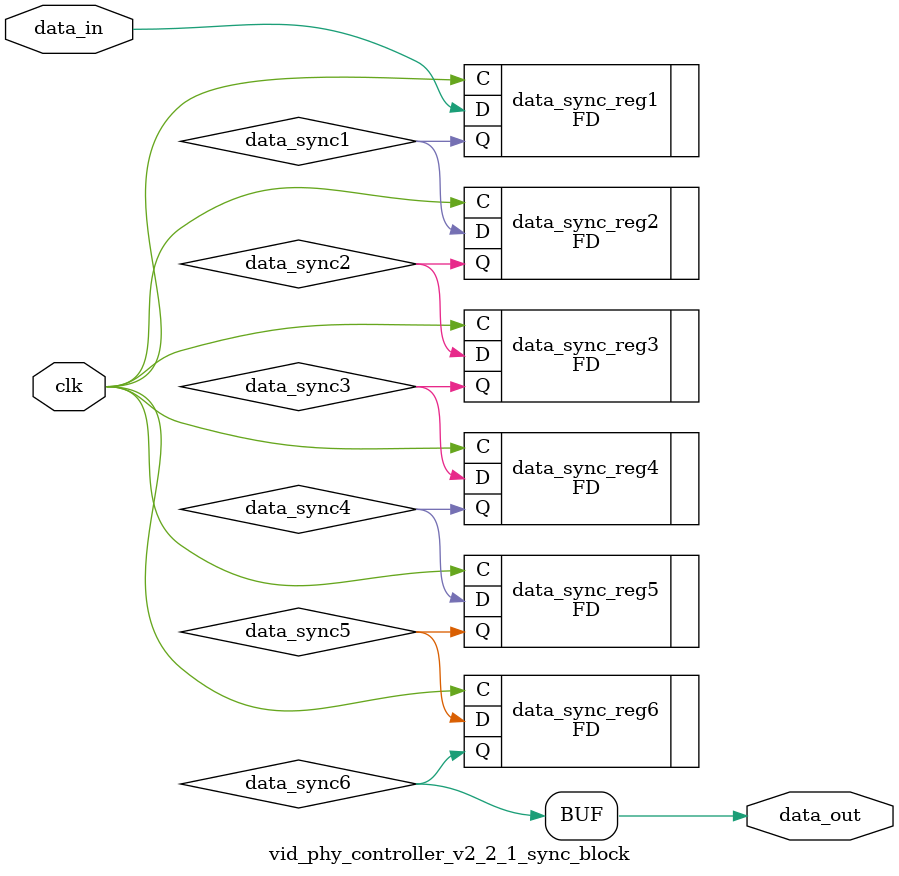
<source format=v>




`timescale 1ps / 1ps

//(* dont_touch = "yes" *)
module vid_phy_controller_v2_2_1_sync_block
  #(
  parameter INITIALISE = 6'b000000
)
(
  input        clk,              // clock to be sync'ed to
  input        data_in,          // Data to be 'synced'
  output       data_out          // synced data
);

  // Internal Signals
  wire data_sync1;
  wire data_sync2;
  wire data_sync3;
  wire data_sync4;
  wire data_sync5;
  wire data_sync6;


  (* shreg_extract = "no", ASYNC_REG = "TRUE" *)
  FD #(
    .INIT (INITIALISE[0])
  ) data_sync_reg1 (
    .C  (clk),
    .D  (data_in),
    .Q  (data_sync1)
  );


  (* shreg_extract = "no", ASYNC_REG = "TRUE" *)
  FD #(
   .INIT (INITIALISE[1])
  ) data_sync_reg2 (
  .C  (clk),
  .D  (data_sync1),
  .Q  (data_sync2)
  );


  (* shreg_extract = "no", ASYNC_REG = "TRUE" *)
  FD #(
   .INIT (INITIALISE[2])
  ) data_sync_reg3 (
  .C  (clk),
  .D  (data_sync2),
  .Q  (data_sync3)
  );

  (* shreg_extract = "no", ASYNC_REG = "TRUE" *)
  FD #(
   .INIT (INITIALISE[3])
  ) data_sync_reg4 (
  .C  (clk),
  .D  (data_sync3),
  .Q  (data_sync4)
  );

  (* shreg_extract = "no", ASYNC_REG = "TRUE" *)
  FD #(
   .INIT (INITIALISE[4])
  ) data_sync_reg5 (
  .C  (clk),
  .D  (data_sync4),
  .Q  (data_sync5)
  );

  (* shreg_extract = "no", ASYNC_REG = "TRUE" *)
  FD #(
   .INIT (INITIALISE[5])
  ) data_sync_reg6 (
  .C  (clk),
  .D  (data_sync5),
  .Q  (data_sync6)
  );
  assign data_out = data_sync6;



endmodule

</source>
